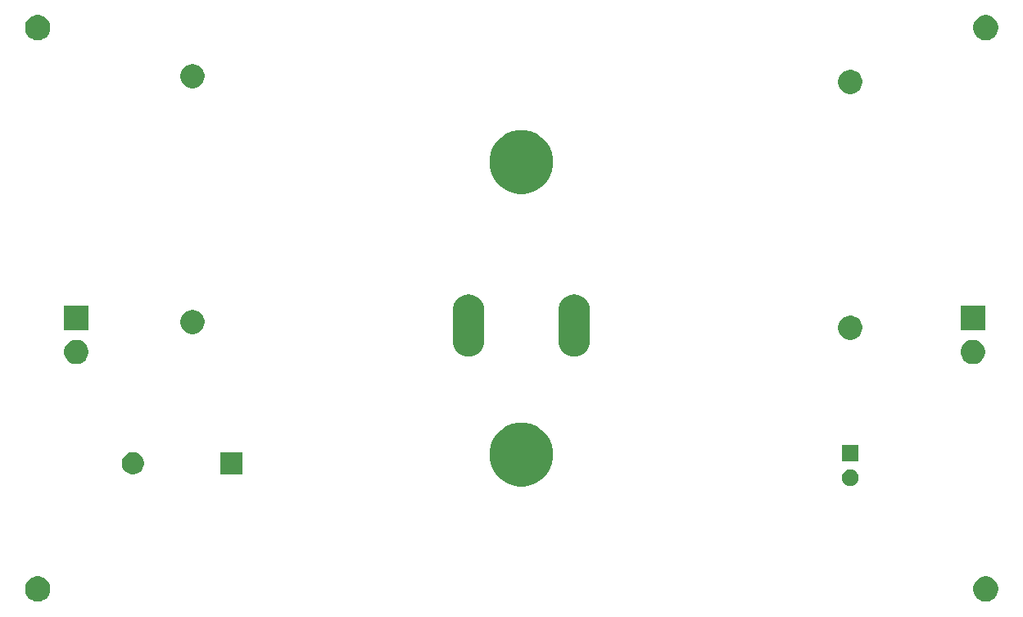
<source format=gbr>
G04 #@! TF.GenerationSoftware,KiCad,Pcbnew,(5.1.5)-3*
G04 #@! TF.CreationDate,2020-09-01T19:36:17+01:00*
G04 #@! TF.ProjectId,solarVoltageLimiter,736f6c61-7256-46f6-9c74-6167654c696d,1.0.1*
G04 #@! TF.SameCoordinates,Original*
G04 #@! TF.FileFunction,Soldermask,Bot*
G04 #@! TF.FilePolarity,Negative*
%FSLAX46Y46*%
G04 Gerber Fmt 4.6, Leading zero omitted, Abs format (unit mm)*
G04 Created by KiCad (PCBNEW (5.1.5)-3) date 2020-09-01 19:36:17*
%MOMM*%
%LPD*%
G04 APERTURE LIST*
%ADD10C,0.150000*%
G04 APERTURE END LIST*
D10*
G36*
X76379430Y-112749189D02*
G01*
X76616160Y-112847245D01*
X76829213Y-112989603D01*
X77010397Y-113170787D01*
X77152755Y-113383840D01*
X77250811Y-113620570D01*
X77300800Y-113871882D01*
X77300800Y-114128118D01*
X77250811Y-114379430D01*
X77152755Y-114616160D01*
X77010397Y-114829213D01*
X76829213Y-115010397D01*
X76616160Y-115152755D01*
X76379430Y-115250811D01*
X76128118Y-115300800D01*
X75871882Y-115300800D01*
X75620570Y-115250811D01*
X75383840Y-115152755D01*
X75170787Y-115010397D01*
X74989603Y-114829213D01*
X74847245Y-114616160D01*
X74749189Y-114379430D01*
X74699200Y-114128118D01*
X74699200Y-113871882D01*
X74749189Y-113620570D01*
X74847245Y-113383840D01*
X74989603Y-113170787D01*
X75170787Y-112989603D01*
X75383840Y-112847245D01*
X75620570Y-112749189D01*
X75871882Y-112699200D01*
X76128118Y-112699200D01*
X76379430Y-112749189D01*
G37*
G36*
X174379430Y-112749189D02*
G01*
X174616160Y-112847245D01*
X174829213Y-112989603D01*
X175010397Y-113170787D01*
X175152755Y-113383840D01*
X175250811Y-113620570D01*
X175300800Y-113871882D01*
X175300800Y-114128118D01*
X175250811Y-114379430D01*
X175152755Y-114616160D01*
X175010397Y-114829213D01*
X174829213Y-115010397D01*
X174616160Y-115152755D01*
X174379430Y-115250811D01*
X174128118Y-115300800D01*
X173871882Y-115300800D01*
X173620570Y-115250811D01*
X173383840Y-115152755D01*
X173170787Y-115010397D01*
X172989603Y-114829213D01*
X172847245Y-114616160D01*
X172749189Y-114379430D01*
X172699200Y-114128118D01*
X172699200Y-113871882D01*
X172749189Y-113620570D01*
X172847245Y-113383840D01*
X172989603Y-113170787D01*
X173170787Y-112989603D01*
X173383840Y-112847245D01*
X173620570Y-112749189D01*
X173871882Y-112699200D01*
X174128118Y-112699200D01*
X174379430Y-112749189D01*
G37*
G36*
X126959454Y-96950105D02*
G01*
X127558068Y-97198060D01*
X128096807Y-97558033D01*
X128554967Y-98016193D01*
X128914940Y-98554932D01*
X129162895Y-99153546D01*
X129289300Y-99789032D01*
X129289300Y-100436968D01*
X129162895Y-101072454D01*
X128914940Y-101671068D01*
X128554967Y-102209807D01*
X128096807Y-102667967D01*
X127558068Y-103027940D01*
X126959454Y-103275895D01*
X126323968Y-103402300D01*
X125676032Y-103402300D01*
X125040546Y-103275895D01*
X124441932Y-103027940D01*
X123903193Y-102667967D01*
X123445033Y-102209807D01*
X123085060Y-101671068D01*
X122837105Y-101072454D01*
X122710700Y-100436968D01*
X122710700Y-99789032D01*
X122837105Y-99153546D01*
X123085060Y-98554932D01*
X123445033Y-98016193D01*
X123903193Y-97558033D01*
X124441932Y-97198060D01*
X125040546Y-96950105D01*
X125676032Y-96823700D01*
X126323968Y-96823700D01*
X126959454Y-96950105D01*
G37*
G36*
X160248169Y-101681895D02*
G01*
X160403005Y-101746031D01*
X160542354Y-101839140D01*
X160660860Y-101957646D01*
X160753969Y-102096995D01*
X160818105Y-102251831D01*
X160850800Y-102416203D01*
X160850800Y-102583797D01*
X160818105Y-102748169D01*
X160753969Y-102903005D01*
X160660860Y-103042354D01*
X160542354Y-103160860D01*
X160403005Y-103253969D01*
X160248169Y-103318105D01*
X160083797Y-103350800D01*
X159916203Y-103350800D01*
X159751831Y-103318105D01*
X159596995Y-103253969D01*
X159457646Y-103160860D01*
X159339140Y-103042354D01*
X159246031Y-102903005D01*
X159181895Y-102748169D01*
X159149200Y-102583797D01*
X159149200Y-102416203D01*
X159181895Y-102251831D01*
X159246031Y-102096995D01*
X159339140Y-101957646D01*
X159457646Y-101839140D01*
X159596995Y-101746031D01*
X159751831Y-101681895D01*
X159916203Y-101649200D01*
X160083797Y-101649200D01*
X160248169Y-101681895D01*
G37*
G36*
X97150800Y-102150800D02*
G01*
X94849200Y-102150800D01*
X94849200Y-99849200D01*
X97150800Y-99849200D01*
X97150800Y-102150800D01*
G37*
G36*
X86175676Y-99893425D02*
G01*
X86385109Y-99980174D01*
X86573594Y-100106116D01*
X86733884Y-100266406D01*
X86859826Y-100454891D01*
X86946575Y-100664324D01*
X86990800Y-100886656D01*
X86990800Y-101113344D01*
X86946575Y-101335676D01*
X86859826Y-101545109D01*
X86733884Y-101733594D01*
X86573594Y-101893884D01*
X86385109Y-102019826D01*
X86198804Y-102096995D01*
X86175676Y-102106575D01*
X85953344Y-102150800D01*
X85726656Y-102150800D01*
X85504324Y-102106575D01*
X85481196Y-102096995D01*
X85294891Y-102019826D01*
X85106406Y-101893884D01*
X84946116Y-101733594D01*
X84820174Y-101545109D01*
X84733425Y-101335676D01*
X84689200Y-101113344D01*
X84689200Y-100886656D01*
X84733425Y-100664324D01*
X84820174Y-100454891D01*
X84946116Y-100266406D01*
X85106406Y-100106116D01*
X85294891Y-99980174D01*
X85504324Y-99893425D01*
X85726656Y-99849200D01*
X85953344Y-99849200D01*
X86175676Y-99893425D01*
G37*
G36*
X160850800Y-100850800D02*
G01*
X159149200Y-100850800D01*
X159149200Y-99149200D01*
X160850800Y-99149200D01*
X160850800Y-100850800D01*
G37*
G36*
X173034045Y-88297268D02*
G01*
X173261676Y-88391555D01*
X173466540Y-88528441D01*
X173640759Y-88702660D01*
X173777645Y-88907524D01*
X173871932Y-89135155D01*
X173920000Y-89376807D01*
X173920000Y-89623193D01*
X173871932Y-89864845D01*
X173777645Y-90092476D01*
X173640759Y-90297340D01*
X173466540Y-90471559D01*
X173261676Y-90608445D01*
X173034045Y-90702732D01*
X172792393Y-90750800D01*
X172546007Y-90750800D01*
X172304355Y-90702732D01*
X172076724Y-90608445D01*
X171871860Y-90471559D01*
X171697641Y-90297340D01*
X171560755Y-90092476D01*
X171466468Y-89864845D01*
X171418400Y-89623193D01*
X171418400Y-89376807D01*
X171466468Y-89135155D01*
X171560755Y-88907524D01*
X171697641Y-88702660D01*
X171871860Y-88528441D01*
X172076724Y-88391555D01*
X172304355Y-88297268D01*
X172546007Y-88249200D01*
X172792393Y-88249200D01*
X173034045Y-88297268D01*
G37*
G36*
X80364845Y-88297268D02*
G01*
X80592476Y-88391555D01*
X80797340Y-88528441D01*
X80971559Y-88702660D01*
X81108445Y-88907524D01*
X81202732Y-89135155D01*
X81250800Y-89376807D01*
X81250800Y-89623193D01*
X81202732Y-89864845D01*
X81108445Y-90092476D01*
X80971559Y-90297340D01*
X80797340Y-90471559D01*
X80592476Y-90608445D01*
X80364845Y-90702732D01*
X80123193Y-90750800D01*
X79876807Y-90750800D01*
X79635155Y-90702732D01*
X79407524Y-90608445D01*
X79202660Y-90471559D01*
X79028441Y-90297340D01*
X78891555Y-90092476D01*
X78797268Y-89864845D01*
X78749200Y-89623193D01*
X78749200Y-89376807D01*
X78797268Y-89135155D01*
X78891555Y-88907524D01*
X79028441Y-88702660D01*
X79202660Y-88528441D01*
X79407524Y-88391555D01*
X79635155Y-88297268D01*
X79876807Y-88249200D01*
X80123193Y-88249200D01*
X80364845Y-88297268D01*
G37*
G36*
X120857669Y-83601120D02*
G01*
X121044614Y-83657830D01*
X121164099Y-83694075D01*
X121446504Y-83845023D01*
X121694034Y-84048166D01*
X121897177Y-84295695D01*
X122048125Y-84578100D01*
X122048125Y-84578101D01*
X122141080Y-84884530D01*
X122164600Y-85123338D01*
X122164600Y-88432662D01*
X122141080Y-88671470D01*
X122084370Y-88858415D01*
X122048125Y-88977900D01*
X121897177Y-89260305D01*
X121694034Y-89507834D01*
X121446505Y-89710977D01*
X121164100Y-89861925D01*
X121044615Y-89898170D01*
X120857670Y-89954880D01*
X120539000Y-89986266D01*
X120220331Y-89954880D01*
X120033386Y-89898170D01*
X119913901Y-89861925D01*
X119631496Y-89710977D01*
X119383967Y-89507834D01*
X119180824Y-89260305D01*
X119029876Y-88977900D01*
X118993631Y-88858415D01*
X118936921Y-88671470D01*
X118913401Y-88432662D01*
X118913400Y-85123339D01*
X118936920Y-84884531D01*
X118993630Y-84697586D01*
X119029875Y-84578101D01*
X119180823Y-84295696D01*
X119383966Y-84048166D01*
X119631495Y-83845023D01*
X119913900Y-83694075D01*
X120033385Y-83657830D01*
X120220330Y-83601120D01*
X120539000Y-83569734D01*
X120857669Y-83601120D01*
G37*
G36*
X131779669Y-83601120D02*
G01*
X131966614Y-83657830D01*
X132086099Y-83694075D01*
X132368504Y-83845023D01*
X132616034Y-84048166D01*
X132819177Y-84295695D01*
X132970125Y-84578100D01*
X132970125Y-84578101D01*
X133063080Y-84884530D01*
X133086600Y-85123338D01*
X133086600Y-88432662D01*
X133063080Y-88671470D01*
X133006370Y-88858415D01*
X132970125Y-88977900D01*
X132819177Y-89260305D01*
X132616034Y-89507834D01*
X132368505Y-89710977D01*
X132086100Y-89861925D01*
X131966615Y-89898170D01*
X131779670Y-89954880D01*
X131461000Y-89986266D01*
X131142331Y-89954880D01*
X130955386Y-89898170D01*
X130835901Y-89861925D01*
X130553496Y-89710977D01*
X130305967Y-89507834D01*
X130102824Y-89260305D01*
X129951876Y-88977900D01*
X129915631Y-88858415D01*
X129858921Y-88671470D01*
X129835401Y-88432662D01*
X129835400Y-85123339D01*
X129858920Y-84884531D01*
X129915630Y-84697586D01*
X129951875Y-84578101D01*
X130102823Y-84295696D01*
X130305966Y-84048166D01*
X130553495Y-83845023D01*
X130835900Y-83694075D01*
X130955385Y-83657830D01*
X131142330Y-83601120D01*
X131461000Y-83569734D01*
X131779669Y-83601120D01*
G37*
G36*
X160364845Y-85797268D02*
G01*
X160592476Y-85891555D01*
X160797340Y-86028441D01*
X160971559Y-86202660D01*
X161108445Y-86407524D01*
X161202732Y-86635155D01*
X161250800Y-86876807D01*
X161250800Y-87123193D01*
X161202732Y-87364845D01*
X161108445Y-87592476D01*
X160971559Y-87797340D01*
X160797340Y-87971559D01*
X160592476Y-88108445D01*
X160364845Y-88202732D01*
X160123193Y-88250800D01*
X159876807Y-88250800D01*
X159635155Y-88202732D01*
X159407524Y-88108445D01*
X159202660Y-87971559D01*
X159028441Y-87797340D01*
X158891555Y-87592476D01*
X158797268Y-87364845D01*
X158749200Y-87123193D01*
X158749200Y-86876807D01*
X158797268Y-86635155D01*
X158891555Y-86407524D01*
X159028441Y-86202660D01*
X159202660Y-86028441D01*
X159407524Y-85891555D01*
X159635155Y-85797268D01*
X159876807Y-85749200D01*
X160123193Y-85749200D01*
X160364845Y-85797268D01*
G37*
G36*
X92364845Y-85197268D02*
G01*
X92592476Y-85291555D01*
X92797340Y-85428441D01*
X92971559Y-85602660D01*
X93108445Y-85807524D01*
X93202732Y-86035155D01*
X93250800Y-86276807D01*
X93250800Y-86523193D01*
X93202732Y-86764845D01*
X93108445Y-86992476D01*
X92971559Y-87197340D01*
X92797340Y-87371559D01*
X92592476Y-87508445D01*
X92364845Y-87602732D01*
X92123193Y-87650800D01*
X91876807Y-87650800D01*
X91635155Y-87602732D01*
X91407524Y-87508445D01*
X91202660Y-87371559D01*
X91028441Y-87197340D01*
X90891555Y-86992476D01*
X90797268Y-86764845D01*
X90749200Y-86523193D01*
X90749200Y-86276807D01*
X90797268Y-86035155D01*
X90891555Y-85807524D01*
X91028441Y-85602660D01*
X91202660Y-85428441D01*
X91407524Y-85291555D01*
X91635155Y-85197268D01*
X91876807Y-85149200D01*
X92123193Y-85149200D01*
X92364845Y-85197268D01*
G37*
G36*
X81250800Y-87250800D02*
G01*
X78749200Y-87250800D01*
X78749200Y-84749200D01*
X81250800Y-84749200D01*
X81250800Y-87250800D01*
G37*
G36*
X173920000Y-87250800D02*
G01*
X171418400Y-87250800D01*
X171418400Y-84749200D01*
X173920000Y-84749200D01*
X173920000Y-87250800D01*
G37*
G36*
X126959454Y-66724105D02*
G01*
X127558068Y-66972060D01*
X128096807Y-67332033D01*
X128554967Y-67790193D01*
X128914940Y-68328932D01*
X129162895Y-68927546D01*
X129289300Y-69563032D01*
X129289300Y-70210968D01*
X129162895Y-70846454D01*
X128914940Y-71445068D01*
X128554967Y-71983807D01*
X128096807Y-72441967D01*
X127558068Y-72801940D01*
X126959454Y-73049895D01*
X126323968Y-73176300D01*
X125676032Y-73176300D01*
X125040546Y-73049895D01*
X124441932Y-72801940D01*
X123903193Y-72441967D01*
X123445033Y-71983807D01*
X123085060Y-71445068D01*
X122837105Y-70846454D01*
X122710700Y-70210968D01*
X122710700Y-69563032D01*
X122837105Y-68927546D01*
X123085060Y-68328932D01*
X123445033Y-67790193D01*
X123903193Y-67332033D01*
X124441932Y-66972060D01*
X125040546Y-66724105D01*
X125676032Y-66597700D01*
X126323968Y-66597700D01*
X126959454Y-66724105D01*
G37*
G36*
X160364845Y-60397268D02*
G01*
X160592476Y-60491555D01*
X160797340Y-60628441D01*
X160971559Y-60802660D01*
X161108445Y-61007524D01*
X161202732Y-61235155D01*
X161250800Y-61476807D01*
X161250800Y-61723193D01*
X161202732Y-61964845D01*
X161108445Y-62192476D01*
X160971559Y-62397340D01*
X160797340Y-62571559D01*
X160592476Y-62708445D01*
X160364845Y-62802732D01*
X160123193Y-62850800D01*
X159876807Y-62850800D01*
X159635155Y-62802732D01*
X159407524Y-62708445D01*
X159202660Y-62571559D01*
X159028441Y-62397340D01*
X158891555Y-62192476D01*
X158797268Y-61964845D01*
X158749200Y-61723193D01*
X158749200Y-61476807D01*
X158797268Y-61235155D01*
X158891555Y-61007524D01*
X159028441Y-60802660D01*
X159202660Y-60628441D01*
X159407524Y-60491555D01*
X159635155Y-60397268D01*
X159876807Y-60349200D01*
X160123193Y-60349200D01*
X160364845Y-60397268D01*
G37*
G36*
X92364845Y-59797268D02*
G01*
X92592476Y-59891555D01*
X92797340Y-60028441D01*
X92971559Y-60202660D01*
X93108445Y-60407524D01*
X93202732Y-60635155D01*
X93250800Y-60876807D01*
X93250800Y-61123193D01*
X93202732Y-61364845D01*
X93108445Y-61592476D01*
X92971559Y-61797340D01*
X92797340Y-61971559D01*
X92592476Y-62108445D01*
X92364845Y-62202732D01*
X92123193Y-62250800D01*
X91876807Y-62250800D01*
X91635155Y-62202732D01*
X91407524Y-62108445D01*
X91202660Y-61971559D01*
X91028441Y-61797340D01*
X90891555Y-61592476D01*
X90797268Y-61364845D01*
X90749200Y-61123193D01*
X90749200Y-60876807D01*
X90797268Y-60635155D01*
X90891555Y-60407524D01*
X91028441Y-60202660D01*
X91202660Y-60028441D01*
X91407524Y-59891555D01*
X91635155Y-59797268D01*
X91876807Y-59749200D01*
X92123193Y-59749200D01*
X92364845Y-59797268D01*
G37*
G36*
X76379430Y-54749189D02*
G01*
X76616160Y-54847245D01*
X76829213Y-54989603D01*
X77010397Y-55170787D01*
X77152755Y-55383840D01*
X77250811Y-55620570D01*
X77300800Y-55871882D01*
X77300800Y-56128118D01*
X77250811Y-56379430D01*
X77152755Y-56616160D01*
X77010397Y-56829213D01*
X76829213Y-57010397D01*
X76616160Y-57152755D01*
X76379430Y-57250811D01*
X76128118Y-57300800D01*
X75871882Y-57300800D01*
X75620570Y-57250811D01*
X75383840Y-57152755D01*
X75170787Y-57010397D01*
X74989603Y-56829213D01*
X74847245Y-56616160D01*
X74749189Y-56379430D01*
X74699200Y-56128118D01*
X74699200Y-55871882D01*
X74749189Y-55620570D01*
X74847245Y-55383840D01*
X74989603Y-55170787D01*
X75170787Y-54989603D01*
X75383840Y-54847245D01*
X75620570Y-54749189D01*
X75871882Y-54699200D01*
X76128118Y-54699200D01*
X76379430Y-54749189D01*
G37*
G36*
X174379430Y-54749189D02*
G01*
X174616160Y-54847245D01*
X174829213Y-54989603D01*
X175010397Y-55170787D01*
X175152755Y-55383840D01*
X175250811Y-55620570D01*
X175300800Y-55871882D01*
X175300800Y-56128118D01*
X175250811Y-56379430D01*
X175152755Y-56616160D01*
X175010397Y-56829213D01*
X174829213Y-57010397D01*
X174616160Y-57152755D01*
X174379430Y-57250811D01*
X174128118Y-57300800D01*
X173871882Y-57300800D01*
X173620570Y-57250811D01*
X173383840Y-57152755D01*
X173170787Y-57010397D01*
X172989603Y-56829213D01*
X172847245Y-56616160D01*
X172749189Y-56379430D01*
X172699200Y-56128118D01*
X172699200Y-55871882D01*
X172749189Y-55620570D01*
X172847245Y-55383840D01*
X172989603Y-55170787D01*
X173170787Y-54989603D01*
X173383840Y-54847245D01*
X173620570Y-54749189D01*
X173871882Y-54699200D01*
X174128118Y-54699200D01*
X174379430Y-54749189D01*
G37*
M02*

</source>
